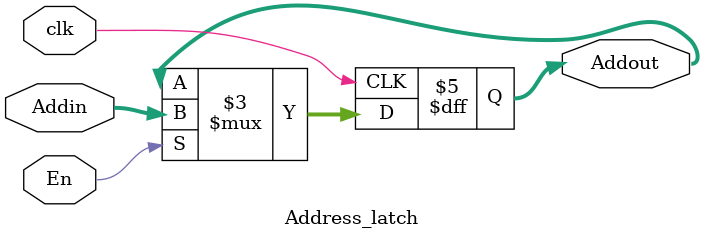
<source format=v>
module Address_latch (
    input wire[15:0] Addin,
    input wire clk,En,
    output reg [15:0]Addout
);
    always @(posedge clk) begin
        if (En) begin
            Addout=Addin;
        end
    end
endmodule
</source>
